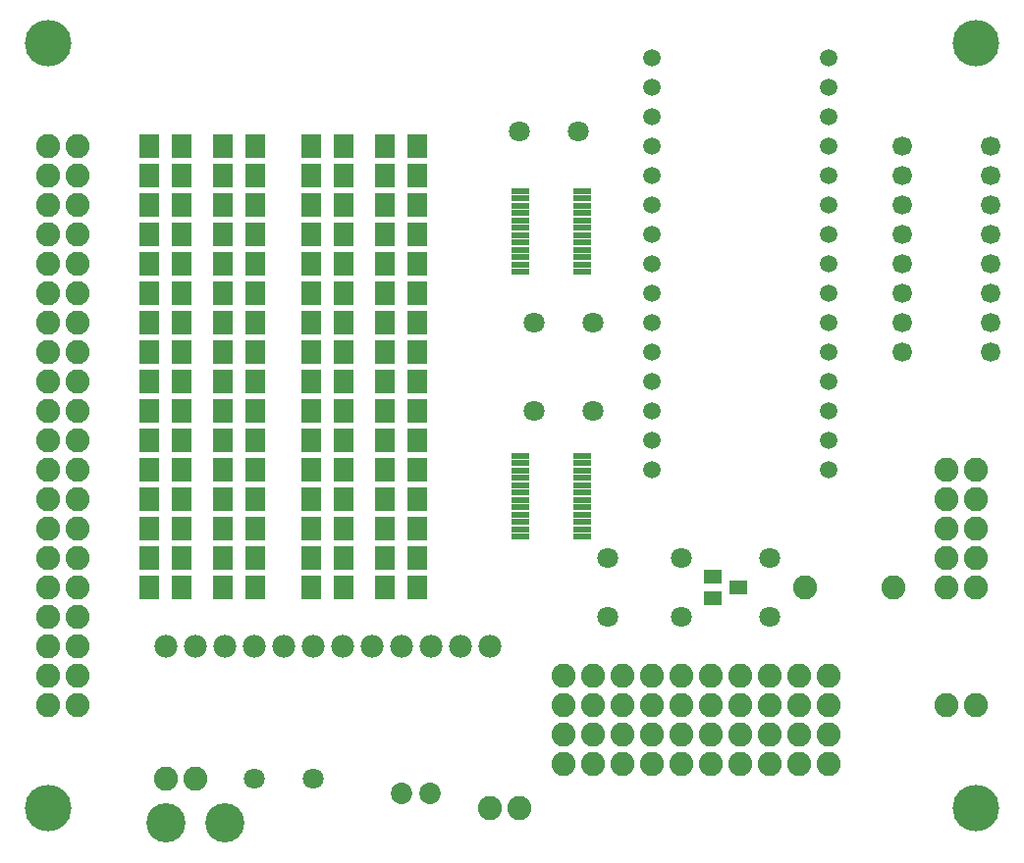
<source format=gts>
G75*
%MOIN*%
%OFA0B0*%
%FSLAX25Y25*%
%IPPOS*%
%LPD*%
%AMOC8*
5,1,8,0,0,1.08239X$1,22.5*
%
%ADD10C,0.15800*%
%ADD11C,0.05950*%
%ADD12C,0.07100*%
%ADD13C,0.07300*%
%ADD14C,0.08200*%
%ADD15R,0.07099X0.07887*%
%ADD16C,0.06619*%
%ADD17C,0.07800*%
%ADD18R,0.06201X0.01969*%
%ADD19R,0.06312X0.04737*%
%ADD20C,0.13300*%
D10*
X0016500Y0016833D03*
X0016500Y0276833D03*
X0331500Y0276833D03*
X0331500Y0016833D03*
D11*
X0281500Y0131833D03*
X0281500Y0141833D03*
X0281500Y0151833D03*
X0281500Y0161833D03*
X0281500Y0171833D03*
X0281500Y0181833D03*
X0281500Y0191833D03*
X0281500Y0201833D03*
X0281500Y0211833D03*
X0281500Y0221833D03*
X0281500Y0231833D03*
X0281500Y0241833D03*
X0281500Y0251833D03*
X0281500Y0261833D03*
X0281500Y0271833D03*
X0221500Y0271833D03*
X0221500Y0261833D03*
X0221500Y0251833D03*
X0221500Y0241833D03*
X0221500Y0231833D03*
X0221500Y0221833D03*
X0221500Y0211833D03*
X0221500Y0201833D03*
X0221500Y0191833D03*
X0221500Y0181833D03*
X0221500Y0171833D03*
X0221500Y0161833D03*
X0221500Y0151833D03*
X0221500Y0141833D03*
X0221500Y0131833D03*
D12*
X0201500Y0151833D03*
X0181500Y0151833D03*
X0181500Y0181833D03*
X0201500Y0181833D03*
X0196500Y0246833D03*
X0176500Y0246833D03*
X0206500Y0101833D03*
X0206500Y0081833D03*
X0231500Y0081833D03*
X0231500Y0101833D03*
X0261500Y0101833D03*
X0261500Y0081833D03*
X0106500Y0026833D03*
X0086500Y0026833D03*
D13*
X0136579Y0021833D03*
X0146421Y0021833D03*
D14*
X0166500Y0016833D03*
X0176500Y0016833D03*
X0191500Y0031833D03*
X0201500Y0031833D03*
X0211500Y0031833D03*
X0221500Y0031833D03*
X0231500Y0031833D03*
X0241500Y0031833D03*
X0251500Y0031833D03*
X0261500Y0031833D03*
X0271500Y0031833D03*
X0281500Y0031833D03*
X0281500Y0041833D03*
X0271500Y0041833D03*
X0261500Y0041833D03*
X0251500Y0041833D03*
X0241500Y0041833D03*
X0231500Y0041833D03*
X0221500Y0041833D03*
X0211500Y0041833D03*
X0201500Y0041833D03*
X0191500Y0041833D03*
X0191500Y0051833D03*
X0201500Y0051833D03*
X0211500Y0051833D03*
X0221500Y0051833D03*
X0231500Y0051833D03*
X0241500Y0051833D03*
X0251500Y0051833D03*
X0261500Y0051833D03*
X0271500Y0051833D03*
X0281500Y0051833D03*
X0281500Y0061833D03*
X0271500Y0061833D03*
X0261500Y0061833D03*
X0251500Y0061833D03*
X0241500Y0061833D03*
X0231500Y0061833D03*
X0221500Y0061833D03*
X0211500Y0061833D03*
X0201500Y0061833D03*
X0191500Y0061833D03*
X0273500Y0091833D03*
X0303500Y0091833D03*
X0321500Y0091833D03*
X0331500Y0091833D03*
X0331500Y0101833D03*
X0321500Y0101833D03*
X0321500Y0111833D03*
X0331500Y0111833D03*
X0331500Y0121833D03*
X0321500Y0121833D03*
X0321500Y0131833D03*
X0331500Y0131833D03*
X0331500Y0051833D03*
X0321500Y0051833D03*
X0066500Y0026833D03*
X0056500Y0026833D03*
X0026500Y0051833D03*
X0016500Y0051833D03*
X0016500Y0061833D03*
X0026500Y0061833D03*
X0026500Y0071833D03*
X0016500Y0071833D03*
X0016500Y0081833D03*
X0026500Y0081833D03*
X0026500Y0091833D03*
X0016500Y0091833D03*
X0016500Y0101833D03*
X0026500Y0101833D03*
X0026500Y0111833D03*
X0016500Y0111833D03*
X0016500Y0121833D03*
X0026500Y0121833D03*
X0026500Y0131833D03*
X0016500Y0131833D03*
X0016500Y0141833D03*
X0026500Y0141833D03*
X0026500Y0151833D03*
X0016500Y0151833D03*
X0016500Y0161833D03*
X0026500Y0161833D03*
X0026500Y0171833D03*
X0016500Y0171833D03*
X0016500Y0181833D03*
X0026500Y0181833D03*
X0026500Y0191833D03*
X0016500Y0191833D03*
X0016500Y0201833D03*
X0026500Y0201833D03*
X0026500Y0211833D03*
X0016500Y0211833D03*
X0016500Y0221833D03*
X0026500Y0221833D03*
X0026500Y0231833D03*
X0016500Y0231833D03*
X0016500Y0241833D03*
X0026500Y0241833D03*
D15*
X0050988Y0241833D03*
X0050988Y0231833D03*
X0062012Y0231833D03*
X0062012Y0241833D03*
X0075988Y0241833D03*
X0075988Y0231833D03*
X0075988Y0221833D03*
X0075988Y0211833D03*
X0075988Y0201833D03*
X0075988Y0191833D03*
X0075988Y0181833D03*
X0075988Y0171833D03*
X0075988Y0161833D03*
X0075988Y0151833D03*
X0075988Y0141833D03*
X0075988Y0131833D03*
X0075988Y0121833D03*
X0075988Y0111833D03*
X0075988Y0101833D03*
X0075988Y0091833D03*
X0087012Y0091833D03*
X0087012Y0101833D03*
X0087012Y0111833D03*
X0087012Y0121833D03*
X0087012Y0131833D03*
X0087012Y0141833D03*
X0087012Y0151833D03*
X0087012Y0161833D03*
X0087012Y0171833D03*
X0087012Y0181833D03*
X0087012Y0191833D03*
X0087012Y0201833D03*
X0087012Y0211833D03*
X0087012Y0221833D03*
X0087012Y0231833D03*
X0087012Y0241833D03*
X0105988Y0241833D03*
X0105988Y0231833D03*
X0117012Y0231833D03*
X0117012Y0241833D03*
X0130988Y0241833D03*
X0130988Y0231833D03*
X0142012Y0231833D03*
X0142012Y0241833D03*
X0142012Y0221833D03*
X0142012Y0211833D03*
X0130988Y0211833D03*
X0130988Y0221833D03*
X0117012Y0221833D03*
X0117012Y0211833D03*
X0105988Y0211833D03*
X0105988Y0221833D03*
X0105988Y0201833D03*
X0105988Y0191833D03*
X0117012Y0191833D03*
X0117012Y0201833D03*
X0130988Y0201833D03*
X0130988Y0191833D03*
X0142012Y0191833D03*
X0142012Y0201833D03*
X0142012Y0181833D03*
X0142012Y0171833D03*
X0142012Y0161833D03*
X0130988Y0161833D03*
X0130988Y0171833D03*
X0130988Y0181833D03*
X0117012Y0181833D03*
X0117012Y0171833D03*
X0117012Y0161833D03*
X0105988Y0161833D03*
X0105988Y0171833D03*
X0105988Y0181833D03*
X0105988Y0151833D03*
X0105988Y0141833D03*
X0117012Y0141833D03*
X0117012Y0151833D03*
X0130988Y0151833D03*
X0130988Y0141833D03*
X0142012Y0141833D03*
X0142012Y0151833D03*
X0142012Y0131833D03*
X0142012Y0121833D03*
X0142012Y0111833D03*
X0130988Y0111833D03*
X0130988Y0121833D03*
X0130988Y0131833D03*
X0117012Y0131833D03*
X0117012Y0121833D03*
X0117012Y0111833D03*
X0105988Y0111833D03*
X0105988Y0121833D03*
X0105988Y0131833D03*
X0105988Y0101833D03*
X0105988Y0091833D03*
X0117012Y0091833D03*
X0117012Y0101833D03*
X0130988Y0101833D03*
X0130988Y0091833D03*
X0142012Y0091833D03*
X0142012Y0101833D03*
X0062012Y0101833D03*
X0062012Y0091833D03*
X0050988Y0091833D03*
X0050988Y0101833D03*
X0050988Y0111833D03*
X0050988Y0121833D03*
X0050988Y0131833D03*
X0062012Y0131833D03*
X0062012Y0121833D03*
X0062012Y0111833D03*
X0062012Y0141833D03*
X0062012Y0151833D03*
X0050988Y0151833D03*
X0050988Y0141833D03*
X0050988Y0161833D03*
X0050988Y0171833D03*
X0050988Y0181833D03*
X0062012Y0181833D03*
X0062012Y0171833D03*
X0062012Y0161833D03*
X0062012Y0191833D03*
X0062012Y0201833D03*
X0050988Y0201833D03*
X0050988Y0191833D03*
X0050988Y0211833D03*
X0050988Y0221833D03*
X0062012Y0221833D03*
X0062012Y0211833D03*
D16*
X0306500Y0211833D03*
X0306500Y0221833D03*
X0306500Y0231833D03*
X0306500Y0241833D03*
X0336500Y0241833D03*
X0336500Y0231833D03*
X0336500Y0221833D03*
X0336500Y0211833D03*
X0336500Y0201833D03*
X0336500Y0191833D03*
X0336500Y0181833D03*
X0336500Y0171833D03*
X0306500Y0171833D03*
X0306500Y0181833D03*
X0306500Y0191833D03*
X0306500Y0201833D03*
D17*
X0166500Y0071833D03*
X0156500Y0071833D03*
X0146500Y0071833D03*
X0136500Y0071833D03*
X0126500Y0071833D03*
X0116500Y0071833D03*
X0106500Y0071833D03*
X0096500Y0071833D03*
X0086500Y0071833D03*
X0076500Y0071833D03*
X0066500Y0071833D03*
X0056500Y0071833D03*
D18*
X0176919Y0109073D03*
X0176919Y0111573D03*
X0176919Y0114073D03*
X0176919Y0116573D03*
X0176919Y0119073D03*
X0176919Y0121573D03*
X0176919Y0124073D03*
X0176919Y0126573D03*
X0176919Y0129073D03*
X0176919Y0131573D03*
X0176919Y0134073D03*
X0176919Y0136573D03*
X0198081Y0136593D03*
X0198081Y0134093D03*
X0198081Y0131593D03*
X0198081Y0129093D03*
X0198081Y0126593D03*
X0198081Y0124093D03*
X0198081Y0121593D03*
X0198081Y0119093D03*
X0198081Y0116593D03*
X0198081Y0114093D03*
X0198081Y0111593D03*
X0198081Y0109093D03*
X0198081Y0199093D03*
X0198081Y0201593D03*
X0198081Y0204093D03*
X0198081Y0206593D03*
X0198081Y0209093D03*
X0198081Y0211593D03*
X0198081Y0214093D03*
X0198081Y0216593D03*
X0198081Y0219093D03*
X0198081Y0221593D03*
X0198081Y0224093D03*
X0198081Y0226593D03*
X0176919Y0226573D03*
X0176919Y0224073D03*
X0176919Y0221573D03*
X0176919Y0219073D03*
X0176919Y0216573D03*
X0176919Y0214073D03*
X0176919Y0211573D03*
X0176919Y0209073D03*
X0176919Y0206573D03*
X0176919Y0204073D03*
X0176919Y0201573D03*
X0176919Y0199073D03*
D19*
X0242169Y0095573D03*
X0242169Y0088093D03*
X0250831Y0091833D03*
D20*
X0076500Y0011833D03*
X0056500Y0011833D03*
M02*

</source>
